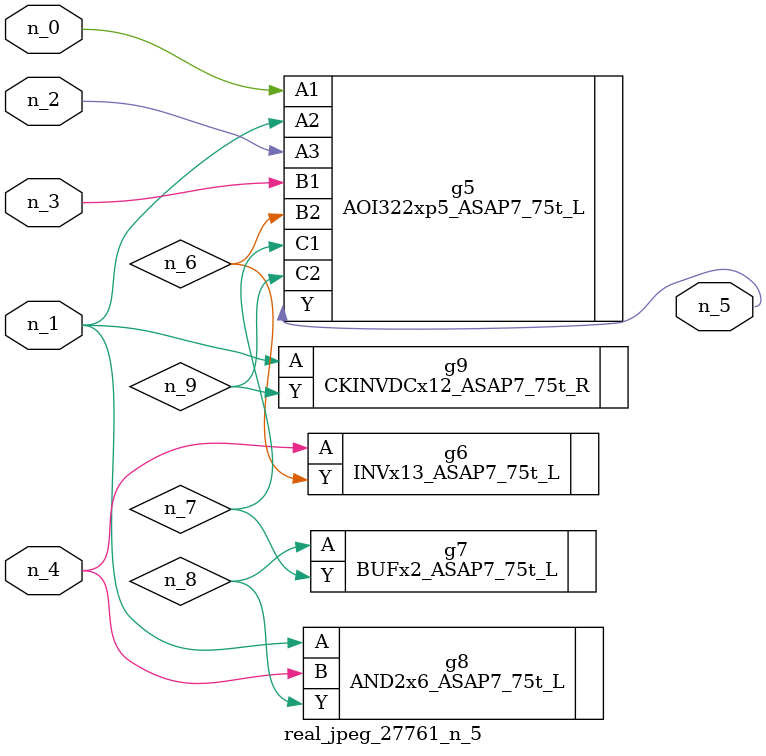
<source format=v>
module real_jpeg_27761_n_5 (n_4, n_0, n_1, n_2, n_3, n_5);

input n_4;
input n_0;
input n_1;
input n_2;
input n_3;

output n_5;

wire n_8;
wire n_6;
wire n_7;
wire n_9;

AOI322xp5_ASAP7_75t_L g5 ( 
.A1(n_0),
.A2(n_1),
.A3(n_2),
.B1(n_3),
.B2(n_6),
.C1(n_7),
.C2(n_9),
.Y(n_5)
);

AND2x6_ASAP7_75t_L g8 ( 
.A(n_1),
.B(n_4),
.Y(n_8)
);

CKINVDCx12_ASAP7_75t_R g9 ( 
.A(n_1),
.Y(n_9)
);

INVx13_ASAP7_75t_L g6 ( 
.A(n_4),
.Y(n_6)
);

BUFx2_ASAP7_75t_L g7 ( 
.A(n_8),
.Y(n_7)
);


endmodule
</source>
